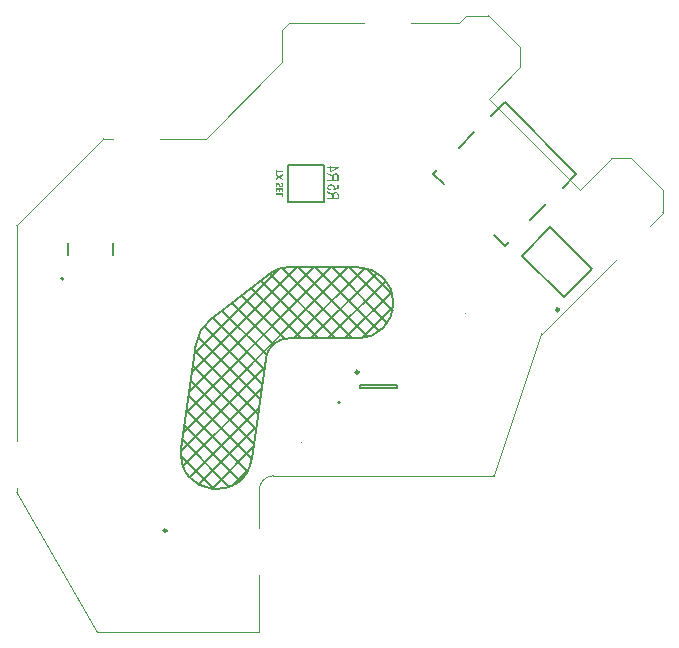
<source format=gbo>
G04*
G04 #@! TF.GenerationSoftware,Altium Limited,Altium Designer,23.11.1 (41)*
G04*
G04 Layer_Color=32896*
%FSLAX44Y44*%
%MOMM*%
G71*
G04*
G04 #@! TF.SameCoordinates,79A2741A-1FD1-431D-8CB4-14BDB42BD488*
G04*
G04*
G04 #@! TF.FilePolarity,Positive*
G04*
G01*
G75*
%ADD40C,0.2032*%
%ADD87C,0.1000*%
%ADD89C,0.2500*%
%ADD90C,0.2000*%
G36*
X319758Y389768D02*
X324819D01*
Y388590D01*
X319758D01*
Y387322D01*
X318779D01*
Y391055D01*
X319758D01*
Y389768D01*
D02*
G37*
G36*
X324819Y385705D02*
X322622Y384557D01*
Y384547D01*
X324819Y383409D01*
Y382111D01*
X321694Y383858D01*
X318779Y382241D01*
Y383529D01*
X320756Y384547D01*
Y384557D01*
X318779Y385585D01*
Y386873D01*
X321694Y385256D01*
X324819Y387003D01*
Y385705D01*
D02*
G37*
G36*
X324709Y379406D02*
X324749Y379276D01*
X324779Y379167D01*
X324809Y379067D01*
X324829Y378997D01*
X324839Y378947D01*
Y378927D01*
X324888Y378628D01*
X324898Y378488D01*
X324908Y378368D01*
X324918Y378258D01*
Y378108D01*
X324908Y377929D01*
X324898Y377769D01*
X324879Y377619D01*
X324849Y377490D01*
X324829Y377390D01*
X324809Y377310D01*
X324799Y377260D01*
X324789Y377240D01*
X324739Y377100D01*
X324679Y376970D01*
X324609Y376861D01*
X324549Y376771D01*
X324499Y376691D01*
X324449Y376641D01*
X324419Y376601D01*
X324409Y376591D01*
X324310Y376491D01*
X324210Y376412D01*
X324120Y376342D01*
X324030Y376282D01*
X323950Y376242D01*
X323890Y376212D01*
X323840Y376192D01*
X323830Y376182D01*
X323701Y376132D01*
X323571Y376102D01*
X323441Y376072D01*
X323321Y376062D01*
X323222Y376052D01*
X323142Y376042D01*
X323092D01*
X323072D01*
X322912Y376052D01*
X322762Y376072D01*
X322632Y376102D01*
X322533Y376132D01*
X322443Y376162D01*
X322373Y376192D01*
X322333Y376212D01*
X322323Y376222D01*
X322213Y376292D01*
X322113Y376362D01*
X322034Y376431D01*
X321954Y376501D01*
X321894Y376571D01*
X321854Y376611D01*
X321824Y376651D01*
X321814Y376661D01*
X321664Y376861D01*
X321604Y376950D01*
X321544Y377040D01*
X321505Y377120D01*
X321475Y377180D01*
X321455Y377220D01*
X321445Y377230D01*
X321335Y377450D01*
X321285Y377549D01*
X321235Y377639D01*
X321205Y377709D01*
X321175Y377759D01*
X321155Y377799D01*
X321145Y377809D01*
X321035Y377989D01*
X320975Y378059D01*
X320925Y378128D01*
X320886Y378178D01*
X320856Y378218D01*
X320836Y378238D01*
X320826Y378248D01*
X320756Y378308D01*
X320686Y378348D01*
X320616Y378378D01*
X320546Y378398D01*
X320486Y378408D01*
X320436Y378418D01*
X320406D01*
X320396D01*
X320287Y378408D01*
X320177Y378388D01*
X320097Y378348D01*
X320017Y378308D01*
X319967Y378268D01*
X319917Y378228D01*
X319897Y378208D01*
X319887Y378198D01*
X319818Y378108D01*
X319768Y378009D01*
X319738Y377899D01*
X319708Y377799D01*
X319698Y377719D01*
X319688Y377639D01*
Y377579D01*
X319698Y377380D01*
X319708Y377290D01*
X319718Y377210D01*
X319738Y377140D01*
X319748Y377090D01*
X319758Y377060D01*
Y377050D01*
X319818Y376871D01*
X319848Y376791D01*
X319877Y376731D01*
X319907Y376671D01*
X319927Y376631D01*
X319937Y376601D01*
X319947Y376591D01*
X318999Y376222D01*
X318889Y376441D01*
X318849Y376551D01*
X318819Y376651D01*
X318789Y376731D01*
X318769Y376801D01*
X318759Y376841D01*
Y376861D01*
X318710Y377130D01*
X318689Y377260D01*
X318680Y377380D01*
X318670Y377480D01*
Y377629D01*
X318680Y377789D01*
X318689Y377949D01*
X318710Y378088D01*
X318729Y378208D01*
X318759Y378308D01*
X318779Y378378D01*
X318789Y378428D01*
X318799Y378448D01*
X318849Y378578D01*
X318909Y378697D01*
X318969Y378797D01*
X319029Y378887D01*
X319089Y378967D01*
X319129Y379017D01*
X319159Y379057D01*
X319169Y379067D01*
X319258Y379157D01*
X319348Y379236D01*
X319448Y379296D01*
X319538Y379356D01*
X319608Y379396D01*
X319668Y379426D01*
X319718Y379446D01*
X319728Y379456D01*
X319858Y379506D01*
X319977Y379536D01*
X320107Y379566D01*
X320217Y379576D01*
X320317Y379586D01*
X320396Y379596D01*
X320446D01*
X320466D01*
X320626Y379586D01*
X320776Y379566D01*
X320906Y379546D01*
X321015Y379506D01*
X321105Y379476D01*
X321165Y379456D01*
X321215Y379436D01*
X321225Y379426D01*
X321335Y379356D01*
X321435Y379276D01*
X321515Y379207D01*
X321594Y379137D01*
X321654Y379077D01*
X321694Y379027D01*
X321724Y378997D01*
X321734Y378987D01*
X321874Y378787D01*
X321944Y378697D01*
X321994Y378607D01*
X322034Y378538D01*
X322063Y378478D01*
X322084Y378438D01*
X322094Y378428D01*
X322193Y378208D01*
X322243Y378108D01*
X322293Y378029D01*
X322323Y377959D01*
X322353Y377909D01*
X322373Y377869D01*
X322383Y377859D01*
X322433Y377769D01*
X322493Y377679D01*
X322543Y377609D01*
X322593Y377549D01*
X322643Y377500D01*
X322672Y377460D01*
X322692Y377440D01*
X322702Y377430D01*
X322772Y377370D01*
X322842Y377330D01*
X322912Y377290D01*
X322982Y377270D01*
X323042Y377260D01*
X323092Y377250D01*
X323122D01*
X323132D01*
X323251Y377260D01*
X323351Y377290D01*
X323441Y377330D01*
X323521Y377370D01*
X323581Y377420D01*
X323621Y377460D01*
X323651Y377490D01*
X323661Y377500D01*
X323731Y377599D01*
X323781Y377709D01*
X323810Y377819D01*
X323830Y377919D01*
X323850Y378019D01*
X323860Y378098D01*
Y378168D01*
X323850Y378378D01*
X323830Y378478D01*
X323820Y378568D01*
X323800Y378638D01*
X323790Y378697D01*
X323781Y378737D01*
Y378747D01*
X323711Y378947D01*
X323681Y379037D01*
X323651Y379117D01*
X323621Y379187D01*
X323601Y379236D01*
X323581Y379266D01*
Y379276D01*
X324599Y379666D01*
X324709Y379406D01*
D02*
G37*
G36*
X324819Y371909D02*
X323840D01*
Y373976D01*
X322243D01*
Y372109D01*
X321275D01*
Y373976D01*
X319758D01*
Y371909D01*
X318779D01*
Y375124D01*
X324819D01*
Y371909D01*
D02*
G37*
G36*
Y367917D02*
X323840D01*
Y369793D01*
X318779D01*
Y370971D01*
X324819D01*
Y367917D01*
D02*
G37*
G36*
X366041Y378492D02*
X366295Y378479D01*
X366523Y378441D01*
X366739Y378390D01*
X366942Y378339D01*
X367133Y378276D01*
X367298Y378200D01*
X367463Y378136D01*
X367590Y378073D01*
X367717Y377996D01*
X367819Y377933D01*
X367908Y377882D01*
X367971Y377831D01*
X368022Y377806D01*
X368047Y377780D01*
X368060Y377768D01*
X368213Y377628D01*
X368340Y377488D01*
X368454Y377336D01*
X368555Y377184D01*
X368632Y377044D01*
X368708Y376904D01*
X368809Y376625D01*
X368860Y376396D01*
X368886Y376295D01*
X368898Y376206D01*
X368911Y376142D01*
Y375901D01*
X368886Y375748D01*
X368822Y375482D01*
X368721Y375228D01*
X368619Y374999D01*
X368505Y374821D01*
X368454Y374745D01*
X368403Y374682D01*
X368365Y374631D01*
X368340Y374593D01*
X368327Y374567D01*
X368314Y374555D01*
X370905Y374986D01*
Y378123D01*
X372035D01*
Y374212D01*
X367070Y373437D01*
X366930Y374352D01*
X367082Y374440D01*
X367222Y374542D01*
X367336Y374631D01*
X367438Y374733D01*
X367514Y374821D01*
X367578Y374885D01*
X367603Y374936D01*
X367616Y374948D01*
X367705Y375101D01*
X367768Y375241D01*
X367806Y375380D01*
X367844Y375507D01*
X367857Y375621D01*
X367870Y375698D01*
Y375914D01*
X367844Y376041D01*
X367781Y376282D01*
X367692Y376485D01*
X367590Y376663D01*
X367476Y376803D01*
X367387Y376904D01*
X367323Y376968D01*
X367311Y376993D01*
X367298D01*
X367070Y377158D01*
X366803Y377272D01*
X366536Y377361D01*
X366282Y377412D01*
X366054Y377450D01*
X365952Y377463D01*
X365863D01*
X365799Y377476D01*
X365749D01*
X365711D01*
X365698D01*
X365304Y377450D01*
X364961Y377399D01*
X364656Y377311D01*
X364529Y377272D01*
X364415Y377222D01*
X364314Y377171D01*
X364212Y377133D01*
X364136Y377082D01*
X364072Y377044D01*
X364021Y377019D01*
X363983Y376993D01*
X363971Y376968D01*
X363958D01*
X363844Y376879D01*
X363755Y376777D01*
X363666Y376676D01*
X363602Y376574D01*
X363488Y376371D01*
X363412Y376193D01*
X363374Y376028D01*
X363348Y375901D01*
X363336Y375850D01*
Y375787D01*
X363361Y375583D01*
X363412Y375393D01*
X363475Y375228D01*
X363564Y375088D01*
X363641Y374974D01*
X363717Y374885D01*
X363768Y374834D01*
X363780Y374809D01*
X363971Y374669D01*
X364187Y374555D01*
X364403Y374466D01*
X364631Y374402D01*
X364822Y374352D01*
X364911Y374326D01*
X364987Y374313D01*
X365050Y374301D01*
X365101Y374288D01*
X365126D01*
X365139D01*
X365050Y373272D01*
X364822Y373297D01*
X364606Y373335D01*
X364403Y373374D01*
X364199Y373437D01*
X364034Y373501D01*
X363869Y373564D01*
X363717Y373628D01*
X363590Y373704D01*
X363463Y373767D01*
X363361Y373831D01*
X363272Y373894D01*
X363196Y373945D01*
X363145Y373996D01*
X363107Y374034D01*
X363082Y374047D01*
X363069Y374059D01*
X362942Y374199D01*
X362840Y374339D01*
X362739Y374478D01*
X362663Y374631D01*
X362536Y374923D01*
X362447Y375202D01*
X362396Y375431D01*
X362383Y375545D01*
X362370Y375634D01*
X362358Y375698D01*
Y375799D01*
X362370Y376028D01*
X362396Y376244D01*
X362447Y376434D01*
X362510Y376625D01*
X362586Y376803D01*
X362675Y376968D01*
X362764Y377107D01*
X362866Y377247D01*
X362955Y377361D01*
X363044Y377476D01*
X363133Y377565D01*
X363209Y377628D01*
X363272Y377692D01*
X363323Y377730D01*
X363348Y377755D01*
X363361Y377768D01*
X363552Y377895D01*
X363755Y378009D01*
X363958Y378111D01*
X364161Y378200D01*
X364364Y378263D01*
X364568Y378327D01*
X364949Y378415D01*
X365126Y378441D01*
X365279Y378466D01*
X365431Y378479D01*
X365546Y378492D01*
X365647Y378504D01*
X365723D01*
X365774D01*
X365787D01*
X366041Y378492D01*
D02*
G37*
G36*
X365139Y371291D02*
X365380Y371151D01*
X365622Y371011D01*
X365825Y370872D01*
X366003Y370757D01*
X366155Y370643D01*
X366269Y370554D01*
X366346Y370503D01*
X366371Y370478D01*
X366473Y370376D01*
X366562Y370275D01*
X366739Y370046D01*
X366803Y369957D01*
X366854Y369881D01*
X366892Y369830D01*
X366904Y369805D01*
X366993Y370186D01*
X367108Y370516D01*
X367247Y370808D01*
X367400Y371037D01*
X367463Y371138D01*
X367539Y371215D01*
X367590Y371291D01*
X367654Y371354D01*
X367692Y371392D01*
X367730Y371431D01*
X367743Y371456D01*
X367755D01*
X367895Y371558D01*
X368035Y371646D01*
X368327Y371786D01*
X368619Y371888D01*
X368898Y371951D01*
X369152Y372002D01*
X369254Y372015D01*
X369356D01*
X369432Y372027D01*
X369482D01*
X369521D01*
X369533D01*
X369838Y372015D01*
X370105Y371977D01*
X370359Y371913D01*
X370562Y371862D01*
X370740Y371799D01*
X370867Y371735D01*
X370918Y371723D01*
X370956Y371697D01*
X370968Y371684D01*
X370981D01*
X371197Y371558D01*
X371387Y371418D01*
X371540Y371265D01*
X371667Y371138D01*
X371768Y371011D01*
X371832Y370923D01*
X371870Y370859D01*
X371883Y370834D01*
X371934Y370732D01*
X371972Y370618D01*
X372048Y370364D01*
X372099Y370097D01*
X372124Y369830D01*
X372150Y369589D01*
Y369475D01*
X372162Y369386D01*
Y365715D01*
X362523D01*
Y366757D01*
X366803D01*
Y368154D01*
X366777Y368306D01*
X366752Y368446D01*
X366727Y368560D01*
X366701Y368662D01*
X366676Y368725D01*
X366663Y368764D01*
X366650Y368776D01*
X366587Y368890D01*
X366511Y368992D01*
X366422Y369094D01*
X366320Y369183D01*
X366244Y369259D01*
X366168Y369322D01*
X366117Y369360D01*
X366104Y369373D01*
X366015Y369437D01*
X365914Y369500D01*
X365685Y369652D01*
X365419Y369805D01*
X365164Y369957D01*
X364911Y370097D01*
X364809Y370148D01*
X364707Y370199D01*
X364631Y370237D01*
X364568Y370275D01*
X364529Y370288D01*
X364517Y370300D01*
X362523Y371354D01*
Y372675D01*
X365139Y371291D01*
D02*
G37*
G36*
X365844Y393141D02*
X372080D01*
Y392341D01*
X365844Y388747D01*
X364752D01*
Y392176D01*
X362440D01*
Y393141D01*
X364752D01*
Y394208D01*
X365844D01*
Y393141D01*
D02*
G37*
G36*
X365057Y387083D02*
X365298Y386944D01*
X365539Y386804D01*
X365742Y386664D01*
X365920Y386550D01*
X366073Y386436D01*
X366187Y386347D01*
X366263Y386296D01*
X366288Y386270D01*
X366390Y386169D01*
X366479Y386067D01*
X366657Y385839D01*
X366720Y385750D01*
X366771Y385674D01*
X366809Y385623D01*
X366822Y385597D01*
X366911Y385978D01*
X367025Y386309D01*
X367165Y386601D01*
X367317Y386829D01*
X367381Y386931D01*
X367457Y387007D01*
X367508Y387083D01*
X367571Y387147D01*
X367609Y387185D01*
X367647Y387223D01*
X367660Y387248D01*
X367673D01*
X367812Y387350D01*
X367952Y387439D01*
X368244Y387579D01*
X368536Y387680D01*
X368816Y387744D01*
X369070Y387794D01*
X369171Y387807D01*
X369273D01*
X369349Y387820D01*
X369400D01*
X369438D01*
X369451D01*
X369756Y387807D01*
X370022Y387769D01*
X370276Y387706D01*
X370480Y387655D01*
X370657Y387591D01*
X370784Y387528D01*
X370835Y387515D01*
X370873Y387490D01*
X370886Y387477D01*
X370899D01*
X371115Y387350D01*
X371305Y387210D01*
X371457Y387058D01*
X371584Y386931D01*
X371686Y386804D01*
X371749Y386715D01*
X371788Y386651D01*
X371800Y386626D01*
X371851Y386525D01*
X371889Y386410D01*
X371965Y386156D01*
X372016Y385890D01*
X372042Y385623D01*
X372067Y385382D01*
Y385267D01*
X372080Y385178D01*
Y381508D01*
X362440D01*
Y382549D01*
X366720D01*
Y383946D01*
X366695Y384099D01*
X366670Y384239D01*
X366644Y384353D01*
X366619Y384454D01*
X366593Y384518D01*
X366581Y384556D01*
X366568Y384569D01*
X366504Y384683D01*
X366428Y384785D01*
X366339Y384886D01*
X366238Y384975D01*
X366161Y385051D01*
X366085Y385115D01*
X366035Y385153D01*
X366022Y385166D01*
X365933Y385229D01*
X365831Y385293D01*
X365603Y385445D01*
X365336Y385597D01*
X365082Y385750D01*
X364828Y385890D01*
X364726Y385940D01*
X364625Y385991D01*
X364549Y386029D01*
X364485Y386067D01*
X364447Y386080D01*
X364434Y386093D01*
X362440Y387147D01*
Y388468D01*
X365057Y387083D01*
D02*
G37*
%LPC*%
G36*
X369648Y370948D02*
X369597D01*
X369559D01*
X369533D01*
X369521D01*
X369343Y370935D01*
X369165Y370910D01*
X369013Y370872D01*
X368886Y370834D01*
X368784Y370796D01*
X368695Y370757D01*
X368644Y370732D01*
X368632Y370719D01*
X368505Y370630D01*
X368390Y370529D01*
X368289Y370427D01*
X368213Y370326D01*
X368149Y370237D01*
X368111Y370173D01*
X368086Y370122D01*
X368073Y370110D01*
X368022Y369957D01*
X367984Y369780D01*
X367946Y369589D01*
X367933Y369411D01*
X367920Y369246D01*
X367908Y369119D01*
Y366757D01*
X371095D01*
Y369246D01*
X371083Y369538D01*
X371032Y369805D01*
X370968Y370021D01*
X370892Y370199D01*
X370803Y370338D01*
X370740Y370440D01*
X370689Y370491D01*
X370676Y370516D01*
X370511Y370656D01*
X370321Y370770D01*
X370130Y370846D01*
X369940Y370897D01*
X369775Y370923D01*
X369648Y370948D01*
D02*
G37*
G36*
X370175Y392176D02*
X365844D01*
Y389687D01*
X370175Y392176D01*
D02*
G37*
G36*
X369565Y386740D02*
X369514D01*
X369476D01*
X369451D01*
X369438D01*
X369260Y386728D01*
X369082Y386702D01*
X368930Y386664D01*
X368803Y386626D01*
X368702Y386588D01*
X368613Y386550D01*
X368562Y386525D01*
X368549Y386512D01*
X368422Y386423D01*
X368308Y386321D01*
X368206Y386220D01*
X368130Y386118D01*
X368066Y386029D01*
X368028Y385966D01*
X368003Y385915D01*
X367990Y385902D01*
X367939Y385750D01*
X367901Y385572D01*
X367863Y385382D01*
X367851Y385204D01*
X367838Y385039D01*
X367825Y384912D01*
Y382549D01*
X371013D01*
Y385039D01*
X371000Y385331D01*
X370949Y385597D01*
X370886Y385813D01*
X370810Y385991D01*
X370721Y386131D01*
X370657Y386232D01*
X370606Y386283D01*
X370594Y386309D01*
X370429Y386448D01*
X370238Y386563D01*
X370048Y386639D01*
X369857Y386690D01*
X369692Y386715D01*
X369565Y386740D01*
D02*
G37*
%LPD*%
D40*
X238952Y154644D02*
G03*
X298368Y146293I29708J-4175D01*
G01*
X262889Y263367D02*
G03*
X251478Y243768I18297J-23774D01*
G01*
X330073Y248182D02*
G03*
X310268Y230965I0J-20000D01*
G01*
X388500Y248182D02*
G03*
X418500Y278182I0J30000D01*
G01*
X327925Y308182D02*
G03*
X315727Y304032I0J-20000D01*
G01*
X418500Y278182D02*
G03*
X388500Y308182I-30000J0D01*
G01*
X238727Y148458D02*
X266650Y120536D01*
X239933Y161621D02*
X279181Y122374D01*
X241703Y174219D02*
X288210Y127713D01*
X238952Y154644D02*
X251478Y243768D01*
X243474Y186817D02*
X294707Y135584D01*
X245244Y199415D02*
X298368Y146292D01*
X264457Y120764D02*
X299739Y156046D01*
X253757Y124432D02*
X302088Y172764D01*
X240557Y139970D02*
X306787Y206200D01*
X238730Y152511D02*
X309137Y222918D01*
X245891Y130935D02*
X304438Y189482D01*
X245891Y130935D02*
X304438Y189482D01*
X247015Y212013D02*
X300138Y158889D01*
X248785Y224611D02*
X301909Y171487D01*
X250556Y237209D02*
X303679Y184085D01*
X252808Y249325D02*
X305450Y196683D01*
X257942Y258559D02*
X307220Y209281D01*
X256188Y256180D02*
X265002Y264993D01*
X250387Y236010D02*
X321498Y307121D01*
X265496Y265374D02*
X308991Y221879D01*
X262889Y263367D02*
X315727Y304032D01*
X240989Y169139D02*
X380032Y308182D01*
X243339Y185856D02*
X365664Y308182D01*
X245688Y202574D02*
X351296Y308182D01*
X248038Y219292D02*
X336927Y308182D01*
X273616Y271622D02*
X311009Y234229D01*
X281342Y123281D02*
X295848Y137787D01*
X298368Y146293D02*
X310268Y230965D01*
X273616Y271623D02*
X311009Y234229D01*
X281735Y277871D02*
X316623Y242983D01*
X289855Y284120D02*
X326176Y247799D01*
X377506Y248182D02*
X416969Y287644D01*
X348769Y248182D02*
X404282Y303695D01*
X334401Y248182D02*
X393909Y307690D01*
X363138Y248182D02*
X411905Y296949D01*
X363138Y248182D02*
X411905Y296949D01*
X297974Y290369D02*
X340162Y248182D01*
X330073D02*
X388500D01*
X306094Y296618D02*
X354530Y248182D01*
X314214Y302867D02*
X368898Y248182D01*
X323715Y307734D02*
X383267Y248182D01*
X327925Y308182D02*
X388500D01*
X392090Y248397D02*
X418284Y274592D01*
X396083Y307208D02*
X417526Y285765D01*
X337635Y308182D02*
X396538Y249279D01*
X352004Y308182D02*
X406215Y253971D01*
X366372Y308182D02*
X413281Y261273D01*
X380740Y308182D02*
X417685Y271237D01*
D87*
X620099Y400243D02*
G03*
X619743Y400393I-357J-351D01*
G01*
X620096Y400246D02*
G03*
X619743Y400393I-354J-354D01*
G01*
X525743Y494392D02*
G03*
X525593Y494749I-500J0D01*
G01*
X525743Y494392D02*
G03*
X525596Y494746I-500J0D01*
G01*
X646493Y373642D02*
G03*
X646346Y373996I-500J0D01*
G01*
X603243Y400393D02*
G03*
X602889Y400246I0J-500D01*
G01*
X603243Y400393D02*
G03*
X602886Y400243I0J-500D01*
G01*
X499349Y520993D02*
G03*
X498993Y521143I-357J-351D01*
G01*
X499346Y520996D02*
G03*
X498993Y521143I-354J-354D01*
G01*
X525596Y477539D02*
G03*
X525743Y477892I-354J354D01*
G01*
X525593Y477536D02*
G03*
X525743Y477892I-351J357D01*
G01*
X646493Y373642D02*
G03*
X646344Y373999I-500J0D01*
G01*
Y354286D02*
G03*
X646493Y354642I-351J357D01*
G01*
X646346Y354289D02*
G03*
X646493Y354642I-354J354D01*
G01*
X543689Y251838D02*
G03*
X544042Y251985I0J500D01*
G01*
X543689Y251838D02*
G03*
X544045Y251987I0J500D01*
G01*
X503175Y131707D02*
G03*
X503651Y132052I0J500D01*
G01*
X503175Y131707D02*
G03*
X503650Y132049I0J500D01*
G01*
X479993Y521143D02*
G03*
X479639Y520996I0J-500D01*
G01*
X479993Y521143D02*
G03*
X479636Y520993I0J-500D01*
G01*
X330479Y514967D02*
G03*
X330125Y514820I0J-500D01*
G01*
X330479Y514967D02*
G03*
X330122Y514817I0J-500D01*
G01*
X324283Y508978D02*
G03*
X324136Y508624I354J-354D01*
G01*
X324286Y508981D02*
G03*
X324136Y508624I351J-357D01*
G01*
X172965Y417142D02*
G03*
X172611Y416996I0J-500D01*
G01*
X172965Y417142D02*
G03*
X172608Y416993I0J-500D01*
G01*
X316707Y131707D02*
G03*
X316715Y131707I0J500D01*
G01*
X316707Y131707D02*
G03*
X304750Y119750I-0J-11957D01*
G01*
X304250Y-500D02*
G03*
X304750Y0I0J500D01*
G01*
X304250Y-500D02*
G03*
X304750Y0I0J500D01*
G01*
X99649Y344034D02*
G03*
X99500Y343678I351J-357D01*
G01*
X99646Y344031D02*
G03*
X99500Y343678I354J-354D01*
G01*
X167405Y-250D02*
G03*
X167838Y-500I433J250D01*
G01*
X167403Y-247D02*
G03*
X167838Y-500I435J247D01*
G01*
X99500Y117579D02*
G03*
X99568Y117326I500J0D01*
G01*
X99500Y117579D02*
G03*
X99567Y117329I500J0D01*
G01*
X99500Y161417D02*
Y343678D01*
Y117579D02*
Y121539D01*
X220853Y417142D02*
X259625D01*
X172965D02*
X180975D01*
X304750Y87249D02*
Y119750D01*
X304750Y0D02*
Y47371D01*
X635616Y343558D02*
X646344Y354286D01*
X544045Y251987D02*
X607418Y315360D01*
X432943Y514967D02*
X473610D01*
X330479D02*
X393065D01*
X603243Y400393D02*
X619743D01*
X525743Y477892D02*
Y494392D01*
X620096Y400246D02*
X620099Y400243D01*
X646344Y373999D01*
X646346Y373996D01*
X499346Y520996D02*
X499349Y520993D01*
X525593Y494749D01*
X525596Y494746D01*
X479993Y521143D02*
X498993D01*
X525593Y477536D02*
X525596Y477539D01*
X498950Y450892D02*
X525593Y477536D01*
X646493Y354642D02*
Y373642D01*
X602886Y400243D02*
X602889Y400246D01*
X576243Y373600D02*
X602886Y400243D01*
X646344Y354286D02*
X646346Y354289D01*
X544042Y251985D02*
X544045Y251987D01*
X498950Y450892D02*
X576243Y373600D01*
X503651Y132052D02*
X543579Y251838D01*
X503650Y132049D02*
X503651Y132052D01*
X543579Y251838D02*
X543689D01*
X479636Y520993D02*
X479639Y520996D01*
X473610Y514967D02*
X479636Y520993D01*
X330122Y514817D02*
X330125Y514820D01*
X324286Y508981D02*
X330122Y514817D01*
X324283Y508978D02*
X324286Y508981D01*
X324136Y481654D02*
Y508624D01*
X259625Y417142D02*
X324136Y481654D01*
X316715Y131707D02*
X503175D01*
X316707D02*
X316715D01*
X167838Y-500D02*
X304250D01*
X172608Y416993D02*
X172611Y416996D01*
X99649Y344034D02*
X172608Y416993D01*
X99646Y344031D02*
X99649Y344034D01*
X99567Y117329D02*
X99568Y117326D01*
X167403Y-247D01*
X167405Y-250D01*
X479608Y269041D02*
G03*
X479608Y269041I-500J0D01*
G01*
X340910Y160030D02*
G03*
X340910Y160030I-500J0D01*
G01*
X464961Y178168D02*
G03*
X464961Y178168I-500J0D01*
G01*
D89*
X226340Y85250D02*
G03*
X226340Y85250I-1250J0D01*
G01*
X558425Y272292D02*
G03*
X558425Y272292I-1250J0D01*
G01*
X388750Y219500D02*
G03*
X388750Y219500I-1250J0D01*
G01*
D90*
X138796Y298410D02*
G03*
X138796Y298410I-952J0D01*
G01*
X373382Y193958D02*
G03*
X373382Y193958I-952J0D01*
G01*
X527299Y318077D02*
X551341Y342118D01*
X562655Y282722D02*
X586697Y306763D01*
X551341Y342118D02*
X586697Y306763D01*
X527299Y318077D02*
X562655Y282722D01*
X451944Y387404D02*
X460924Y378424D01*
X501087Y436548D02*
X512472Y447932D01*
X473581Y409042D02*
X487016Y422477D01*
X451944Y387404D02*
X455196Y390657D01*
X512472Y447932D02*
X573283Y387122D01*
X512755Y326593D02*
X516007Y329846D01*
X534392Y348231D02*
X547827Y361666D01*
X561898Y375737D02*
X573283Y387122D01*
X503774Y335574D02*
X512755Y326593D01*
X142470Y318770D02*
X142470Y328930D01*
X180570Y318770D02*
Y328930D01*
X390500Y206000D02*
X421500D01*
X390500Y209000D02*
X421500D01*
Y206000D02*
Y209000D01*
X390500Y206000D02*
Y209000D01*
X328906Y394716D02*
X359894D01*
Y363474D02*
Y394716D01*
X328906Y363474D02*
X359894D01*
X328906D02*
Y394716D01*
M02*

</source>
